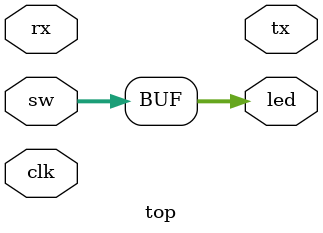
<source format=v>
module top (
    input wire clk,

    input  wire [15:0] sw,
    output wire [15:0] led,

    input  wire rx,
    output wire tx
);

  assign led = sw;

endmodule

</source>
